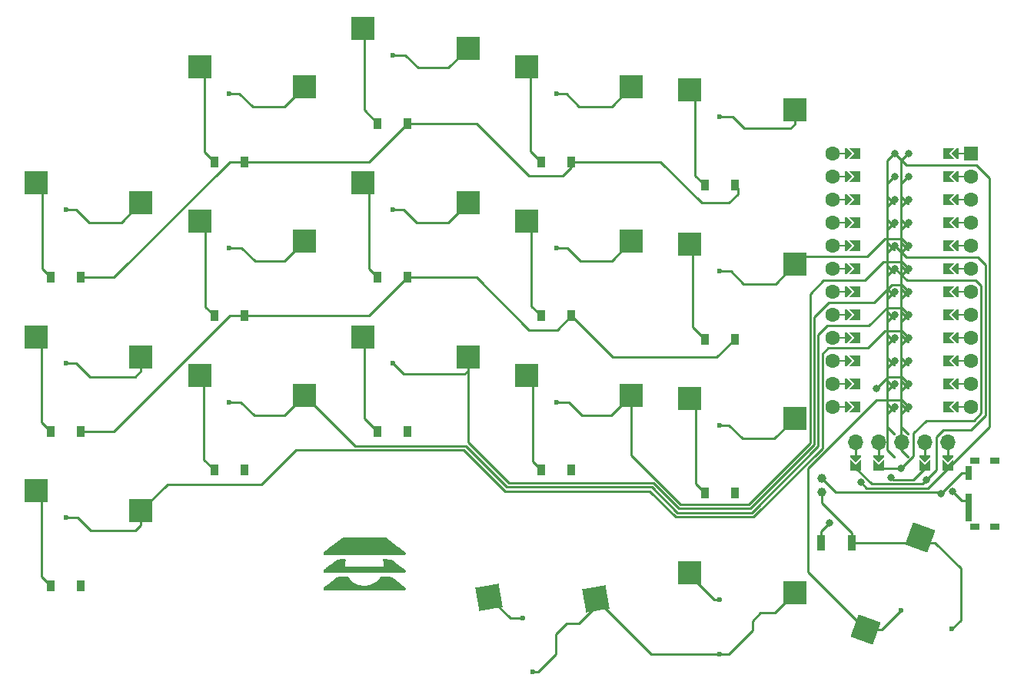
<source format=gbr>
%TF.GenerationSoftware,KiCad,Pcbnew,(6.0.9-0)*%
%TF.CreationDate,2022-12-30T09:12:29+01:00*%
%TF.ProjectId,beamer,6265616d-6572-42e6-9b69-6361645f7063,v1.0.0*%
%TF.SameCoordinates,Original*%
%TF.FileFunction,Copper,L2,Bot*%
%TF.FilePolarity,Positive*%
%FSLAX46Y46*%
G04 Gerber Fmt 4.6, Leading zero omitted, Abs format (unit mm)*
G04 Created by KiCad (PCBNEW (6.0.9-0)) date 2022-12-30 09:12:29*
%MOMM*%
%LPD*%
G01*
G04 APERTURE LIST*
G04 Aperture macros list*
%AMRotRect*
0 Rectangle, with rotation*
0 The origin of the aperture is its center*
0 $1 length*
0 $2 width*
0 $3 Rotation angle, in degrees counterclockwise*
0 Add horizontal line*
21,1,$1,$2,0,0,$3*%
%AMFreePoly0*
4,1,6,0.600000,-0.250000,-0.600000,-0.250000,-0.600000,1.000000,0.000000,0.400000,0.600000,1.000000,0.600000,-0.250000,0.600000,-0.250000,$1*%
%AMFreePoly1*
4,1,6,0.600000,0.200000,0.000000,-0.400000,-0.600000,0.200000,-0.600000,0.400000,0.600000,0.400000,0.600000,0.200000,0.600000,0.200000,$1*%
%AMFreePoly2*
4,1,5,0.125000,-0.500000,-0.125000,-0.500000,-0.125000,0.500000,0.125000,0.500000,0.125000,-0.500000,0.125000,-0.500000,$1*%
%AMFreePoly3*
4,1,49,0.004773,0.123721,0.009154,0.124665,0.028961,0.117240,0.062500,0.108253,0.068237,0.102516,0.075053,0.099961,0.087617,0.083136,0.108253,0.062500,0.111178,0.051584,0.117161,0.043572,0.118539,0.024114,0.125000,0.000000,0.121239,-0.014035,0.122131,-0.026629,0.113759,-0.041951,0.108253,-0.062500,0.095644,-0.075109,0.088389,-0.088388,-0.641000,-0.817776,-0.641000,-4.770224,
0.088389,-5.499612,0.109852,-5.528356,0.124665,-5.597154,0.099961,-5.663053,0.043572,-5.705161,-0.026629,-5.710131,-0.088388,-5.676389,-0.854388,-4.910388,-0.867707,-4.892552,-0.871189,-4.889530,-0.871982,-4.886826,-0.875852,-4.881644,-0.882331,-4.851549,-0.891000,-4.822000,-0.891000,-0.766000,-0.887805,-0.743969,-0.888131,-0.739371,-0.886780,-0.736898,-0.885852,-0.730498,-0.869151,-0.704632,
-0.854388,-0.677612,-0.088388,0.088389,-0.064606,0.106147,-0.062500,0.108253,-0.061385,0.108552,-0.059644,0.109852,-0.043806,0.113262,0.000000,0.125000,0.004773,0.123721,0.004773,0.123721,$1*%
G04 Aperture macros list end*
%TA.AperFunction,ComponentPad*%
%ADD10C,1.000000*%
%TD*%
%TA.AperFunction,SMDPad,CuDef*%
%ADD11FreePoly0,0.000000*%
%TD*%
%TA.AperFunction,SMDPad,CuDef*%
%ADD12FreePoly1,0.000000*%
%TD*%
%TA.AperFunction,ComponentPad*%
%ADD13R,0.900000X1.200000*%
%TD*%
%TA.AperFunction,SMDPad,CuDef*%
%ADD14R,2.600000X2.600000*%
%TD*%
%TA.AperFunction,ComponentPad*%
%ADD15C,0.600000*%
%TD*%
%TA.AperFunction,SMDPad,CuDef*%
%ADD16RotRect,2.600000X2.600000X70.000000*%
%TD*%
%TA.AperFunction,ComponentPad*%
%ADD17C,1.600000*%
%TD*%
%TA.AperFunction,SMDPad,CuDef*%
%ADD18FreePoly1,90.000000*%
%TD*%
%TA.AperFunction,SMDPad,CuDef*%
%ADD19FreePoly2,270.000000*%
%TD*%
%TA.AperFunction,SMDPad,CuDef*%
%ADD20FreePoly1,270.000000*%
%TD*%
%TA.AperFunction,SMDPad,CuDef*%
%ADD21FreePoly2,90.000000*%
%TD*%
%TA.AperFunction,ComponentPad*%
%ADD22R,1.600000X1.600000*%
%TD*%
%TA.AperFunction,SMDPad,CuDef*%
%ADD23FreePoly3,270.000000*%
%TD*%
%TA.AperFunction,SMDPad,CuDef*%
%ADD24FreePoly0,90.000000*%
%TD*%
%TA.AperFunction,ComponentPad*%
%ADD25C,0.800000*%
%TD*%
%TA.AperFunction,SMDPad,CuDef*%
%ADD26FreePoly3,90.000000*%
%TD*%
%TA.AperFunction,SMDPad,CuDef*%
%ADD27FreePoly0,270.000000*%
%TD*%
%TA.AperFunction,SMDPad,CuDef*%
%ADD28R,1.000000X0.800000*%
%TD*%
%TA.AperFunction,SMDPad,CuDef*%
%ADD29R,0.700000X1.500000*%
%TD*%
%TA.AperFunction,ComponentPad*%
%ADD30O,1.700000X1.700000*%
%TD*%
%TA.AperFunction,SMDPad,CuDef*%
%ADD31RotRect,2.600000X2.600000X10.000000*%
%TD*%
%TA.AperFunction,SMDPad,CuDef*%
%ADD32R,0.900000X1.700000*%
%TD*%
%TA.AperFunction,ViaPad*%
%ADD33C,0.800000*%
%TD*%
%TA.AperFunction,Conductor*%
%ADD34C,0.250000*%
%TD*%
G04 APERTURE END LIST*
%TO.C,*%
G36*
X192202347Y-160225020D02*
G01*
X192324483Y-160225166D01*
X192429941Y-160225520D01*
X192520223Y-160226190D01*
X192596833Y-160227286D01*
X192661275Y-160228918D01*
X192715051Y-160231194D01*
X192759664Y-160234224D01*
X192796617Y-160238117D01*
X192827415Y-160242982D01*
X192853559Y-160248929D01*
X192876554Y-160256066D01*
X192897901Y-160264504D01*
X192919105Y-160274351D01*
X192925651Y-160277590D01*
X192948671Y-160291076D01*
X192983075Y-160313825D01*
X193025995Y-160343811D01*
X193074560Y-160379010D01*
X193125900Y-160417397D01*
X193150799Y-160436446D01*
X193319409Y-160566542D01*
X193473940Y-160685929D01*
X193614780Y-160794914D01*
X193742315Y-160893801D01*
X193856934Y-160982895D01*
X193959025Y-161062501D01*
X194048975Y-161132925D01*
X194127171Y-161194471D01*
X194194003Y-161247444D01*
X194249856Y-161292149D01*
X194295120Y-161328891D01*
X194330182Y-161357975D01*
X194355429Y-161379706D01*
X194371249Y-161394390D01*
X194377450Y-161401371D01*
X194392929Y-161430766D01*
X194405984Y-161466687D01*
X194409819Y-161481845D01*
X194413150Y-161539797D01*
X194400358Y-161595912D01*
X194373437Y-161646867D01*
X194334385Y-161689335D01*
X194285199Y-161719991D01*
X194261654Y-161728647D01*
X194256738Y-161729753D01*
X194249324Y-161730801D01*
X194238934Y-161731791D01*
X194225092Y-161732726D01*
X194207323Y-161733607D01*
X194185148Y-161734435D01*
X194158092Y-161735212D01*
X194125678Y-161735940D01*
X194087430Y-161736619D01*
X194042871Y-161737251D01*
X193991524Y-161737838D01*
X193932913Y-161738382D01*
X193866562Y-161738883D01*
X193791994Y-161739343D01*
X193708732Y-161739764D01*
X193616299Y-161740147D01*
X193514220Y-161740493D01*
X193402018Y-161740805D01*
X193279216Y-161741083D01*
X193145338Y-161741330D01*
X192999907Y-161741545D01*
X192842446Y-161741732D01*
X192672480Y-161741891D01*
X192489531Y-161742024D01*
X192293123Y-161742133D01*
X192082779Y-161742218D01*
X191858023Y-161742282D01*
X191618379Y-161742326D01*
X191363370Y-161742351D01*
X191092519Y-161742359D01*
X190805349Y-161742351D01*
X190501385Y-161742329D01*
X190180150Y-161742294D01*
X189872176Y-161742252D01*
X189533423Y-161742198D01*
X189212382Y-161742135D01*
X188908586Y-161742064D01*
X188621563Y-161741981D01*
X188350846Y-161741886D01*
X188095966Y-161741776D01*
X187856453Y-161741651D01*
X187631838Y-161741509D01*
X187421652Y-161741349D01*
X187225427Y-161741168D01*
X187042692Y-161740966D01*
X186872979Y-161740741D01*
X186715819Y-161740491D01*
X186570743Y-161740215D01*
X186437281Y-161739911D01*
X186314965Y-161739578D01*
X186203326Y-161739215D01*
X186101894Y-161738819D01*
X186010200Y-161738390D01*
X185927776Y-161737925D01*
X185854151Y-161737424D01*
X185788858Y-161736884D01*
X185731427Y-161736305D01*
X185681388Y-161735685D01*
X185638274Y-161735021D01*
X185601614Y-161734314D01*
X185570940Y-161733561D01*
X185545782Y-161732760D01*
X185525672Y-161731911D01*
X185510141Y-161731011D01*
X185498718Y-161730060D01*
X185490936Y-161729055D01*
X185486737Y-161728129D01*
X185439911Y-161705282D01*
X185403102Y-161674912D01*
X185366265Y-161626337D01*
X185344616Y-161571523D01*
X185338473Y-161513865D01*
X185348157Y-161456758D01*
X185373987Y-161403598D01*
X185377118Y-161399118D01*
X185388409Y-161387865D01*
X185412957Y-161366570D01*
X185449537Y-161336186D01*
X185496921Y-161297660D01*
X185553884Y-161251943D01*
X185619198Y-161199985D01*
X185691637Y-161142736D01*
X185769975Y-161081145D01*
X185852985Y-161016162D01*
X185939440Y-160948736D01*
X186028114Y-160879819D01*
X186117781Y-160810359D01*
X186207214Y-160741306D01*
X186295186Y-160673610D01*
X186380471Y-160608222D01*
X186461843Y-160546090D01*
X186538074Y-160488164D01*
X186607939Y-160435395D01*
X186670211Y-160388731D01*
X186723663Y-160349124D01*
X186767068Y-160317522D01*
X186799201Y-160294876D01*
X186818835Y-160282134D01*
X186821252Y-160280808D01*
X186843200Y-160269915D01*
X186864539Y-160260547D01*
X186886777Y-160252587D01*
X186911420Y-160245920D01*
X186939974Y-160240430D01*
X186973946Y-160236003D01*
X187014842Y-160232523D01*
X187064170Y-160229874D01*
X187123435Y-160227942D01*
X187194144Y-160226611D01*
X187277804Y-160225765D01*
X187375921Y-160225290D01*
X187490001Y-160225069D01*
X187549851Y-160225020D01*
X188078148Y-160224703D01*
X188146729Y-160318170D01*
X188268443Y-160468972D01*
X188403012Y-160607734D01*
X188549197Y-160733665D01*
X188705755Y-160845969D01*
X188871447Y-160943854D01*
X189045031Y-161026525D01*
X189225266Y-161093189D01*
X189410911Y-161143052D01*
X189448826Y-161150988D01*
X189525917Y-161165547D01*
X189593862Y-161176263D01*
X189658228Y-161183658D01*
X189724584Y-161188256D01*
X189798496Y-161190581D01*
X189876099Y-161191163D01*
X190069646Y-161183584D01*
X190254940Y-161160530D01*
X190434004Y-161121528D01*
X190608861Y-161066101D01*
X190781533Y-160993775D01*
X190841663Y-160964464D01*
X191006888Y-160871231D01*
X191164602Y-160762687D01*
X191312721Y-160640592D01*
X191449161Y-160506707D01*
X191571837Y-160362794D01*
X191603882Y-160320333D01*
X191674050Y-160224703D01*
X192202347Y-160225020D01*
G37*
G36*
X192215606Y-158287686D02*
G01*
X192293061Y-158288094D01*
X192371969Y-158288686D01*
X192450240Y-158289446D01*
X192525783Y-158290360D01*
X192596507Y-158291412D01*
X192660322Y-158292586D01*
X192715136Y-158293868D01*
X192758859Y-158295240D01*
X192789401Y-158296689D01*
X192803975Y-158298060D01*
X192823157Y-158301745D01*
X192841527Y-158306063D01*
X192860027Y-158311670D01*
X192879600Y-158319220D01*
X192901190Y-158329368D01*
X192925740Y-158342768D01*
X192954191Y-158360075D01*
X192987489Y-158381943D01*
X193026575Y-158409028D01*
X193072392Y-158441983D01*
X193125884Y-158481464D01*
X193187994Y-158528125D01*
X193259665Y-158582621D01*
X193341839Y-158645606D01*
X193435460Y-158717736D01*
X193541471Y-158799664D01*
X193660815Y-158892046D01*
X193671160Y-158900057D01*
X193787339Y-158990065D01*
X193889984Y-159069679D01*
X193979959Y-159139604D01*
X194058133Y-159200544D01*
X194125372Y-159253203D01*
X194182543Y-159298286D01*
X194230512Y-159336496D01*
X194270146Y-159368538D01*
X194302313Y-159395117D01*
X194327879Y-159416936D01*
X194347710Y-159434700D01*
X194362674Y-159449112D01*
X194373637Y-159460878D01*
X194381466Y-159470701D01*
X194387028Y-159479285D01*
X194389342Y-159483551D01*
X194408939Y-159540485D01*
X194412158Y-159599112D01*
X194399936Y-159656007D01*
X194373210Y-159707744D01*
X194332916Y-159750897D01*
X194312211Y-159765612D01*
X194268434Y-159792885D01*
X189884722Y-159795186D01*
X185501009Y-159797486D01*
X185452191Y-159772064D01*
X185404428Y-159737650D01*
X185369215Y-159692525D01*
X185347363Y-159639864D01*
X185339686Y-159582842D01*
X185346997Y-159524634D01*
X185370108Y-159468416D01*
X185373145Y-159463311D01*
X185383068Y-159453238D01*
X185406248Y-159433092D01*
X185441471Y-159403813D01*
X185487528Y-159366341D01*
X185543206Y-159321615D01*
X185607294Y-159270577D01*
X185678582Y-159214165D01*
X185755856Y-159153319D01*
X185837907Y-159088980D01*
X185923522Y-159022088D01*
X186011490Y-158953581D01*
X186100601Y-158884401D01*
X186189642Y-158815487D01*
X186277402Y-158747779D01*
X186362670Y-158682217D01*
X186444234Y-158619741D01*
X186520884Y-158561291D01*
X186591407Y-158507807D01*
X186654593Y-158460228D01*
X186709229Y-158419495D01*
X186754105Y-158386547D01*
X186788010Y-158362325D01*
X186809731Y-158347768D01*
X186814321Y-158345082D01*
X186837761Y-158332929D01*
X186860197Y-158322654D01*
X186883344Y-158314100D01*
X186908916Y-158307108D01*
X186938625Y-158301521D01*
X186974185Y-158297181D01*
X187017309Y-158293931D01*
X187069712Y-158291613D01*
X187133106Y-158290070D01*
X187209204Y-158289143D01*
X187299721Y-158288675D01*
X187406370Y-158288508D01*
X187429344Y-158288497D01*
X187533081Y-158288549D01*
X187619901Y-158288807D01*
X187691067Y-158289305D01*
X187747844Y-158290076D01*
X187791496Y-158291152D01*
X187823286Y-158292567D01*
X187844478Y-158294354D01*
X187856337Y-158296546D01*
X187860126Y-158299175D01*
X187860032Y-158299744D01*
X187818521Y-158423444D01*
X187783831Y-158558398D01*
X187757105Y-158698588D01*
X187739488Y-158837994D01*
X187732122Y-158970597D01*
X187732091Y-158972849D01*
X187730644Y-159083794D01*
X192021554Y-159083794D01*
X192019839Y-158968258D01*
X192011798Y-158828467D01*
X191992451Y-158682176D01*
X191962980Y-158536097D01*
X191924570Y-158396943D01*
X191912929Y-158361747D01*
X191902023Y-158329659D01*
X191893872Y-158305011D01*
X191889906Y-158292146D01*
X191889735Y-158291293D01*
X191898477Y-158289977D01*
X191923306Y-158288954D01*
X191962134Y-158288208D01*
X192012868Y-158287724D01*
X192073419Y-158287486D01*
X192141695Y-158287478D01*
X192215606Y-158287686D01*
G37*
G36*
X188774602Y-155852910D02*
G01*
X188943645Y-155853022D01*
X189127776Y-155853197D01*
X189327678Y-155853418D01*
X189544031Y-155853672D01*
X189777518Y-155853943D01*
X189910370Y-155854090D01*
X192157917Y-155856521D01*
X192217008Y-155876646D01*
X192257691Y-155892716D01*
X192300443Y-155912988D01*
X192326099Y-155927213D01*
X192338310Y-155935821D01*
X192363859Y-155954783D01*
X192401720Y-155983307D01*
X192450866Y-156020602D01*
X192510271Y-156065875D01*
X192578909Y-156118334D01*
X192655753Y-156177188D01*
X192739777Y-156241643D01*
X192829955Y-156310908D01*
X192925260Y-156384192D01*
X193024667Y-156460701D01*
X193127149Y-156539643D01*
X193231679Y-156620228D01*
X193337231Y-156701661D01*
X193442779Y-156783153D01*
X193547297Y-156863909D01*
X193649758Y-156943139D01*
X193749136Y-157020050D01*
X193844405Y-157093850D01*
X193934538Y-157163748D01*
X194018510Y-157228950D01*
X194095293Y-157288665D01*
X194163862Y-157342101D01*
X194223189Y-157388465D01*
X194272250Y-157426967D01*
X194310017Y-157456812D01*
X194335465Y-157477210D01*
X194347386Y-157487201D01*
X194381735Y-157530547D01*
X194403777Y-157583051D01*
X194412655Y-157639877D01*
X194407509Y-157696188D01*
X194392032Y-157738960D01*
X194365590Y-157777916D01*
X194330512Y-157813204D01*
X194292297Y-157839944D01*
X194265379Y-157851320D01*
X194255439Y-157852148D01*
X194231601Y-157852934D01*
X194193678Y-157853679D01*
X194141483Y-157854384D01*
X194074828Y-157855049D01*
X193993525Y-157855674D01*
X193897387Y-157856260D01*
X193786226Y-157856808D01*
X193659855Y-157857317D01*
X193518086Y-157857788D01*
X193360732Y-157858221D01*
X193187605Y-157858617D01*
X192998517Y-157858976D01*
X192793281Y-157859299D01*
X192571710Y-157859586D01*
X192333615Y-157859837D01*
X192078810Y-157860053D01*
X191807107Y-157860234D01*
X191518318Y-157860381D01*
X191212255Y-157860494D01*
X190888732Y-157860573D01*
X190547561Y-157860619D01*
X190188553Y-157860632D01*
X189871554Y-157860617D01*
X189529528Y-157860584D01*
X189205233Y-157860539D01*
X188898214Y-157860481D01*
X188608019Y-157860408D01*
X188334197Y-157860320D01*
X188076294Y-157860216D01*
X187833858Y-157860092D01*
X187606436Y-157859950D01*
X187393577Y-157859786D01*
X187194827Y-157859600D01*
X187009735Y-157859390D01*
X186837847Y-157859156D01*
X186678712Y-157858895D01*
X186531876Y-157858607D01*
X186396887Y-157858290D01*
X186273294Y-157857942D01*
X186160643Y-157857563D01*
X186058481Y-157857152D01*
X185966358Y-157856705D01*
X185883819Y-157856224D01*
X185810413Y-157855705D01*
X185745686Y-157855149D01*
X185689188Y-157854552D01*
X185640464Y-157853915D01*
X185599064Y-157853236D01*
X185564533Y-157852513D01*
X185536420Y-157851745D01*
X185514273Y-157850931D01*
X185497638Y-157850070D01*
X185486064Y-157849160D01*
X185479098Y-157848199D01*
X185477233Y-157847711D01*
X185427416Y-157821076D01*
X185388223Y-157782472D01*
X185360305Y-157735133D01*
X185344312Y-157682292D01*
X185340893Y-157627181D01*
X185350697Y-157573034D01*
X185374376Y-157523083D01*
X185404812Y-157487327D01*
X185415015Y-157479013D01*
X185438781Y-157460276D01*
X185475258Y-157431775D01*
X185523595Y-157394170D01*
X185582939Y-157348118D01*
X185652439Y-157294279D01*
X185731243Y-157233311D01*
X185818499Y-157165873D01*
X185913355Y-157092624D01*
X186014961Y-157014223D01*
X186122463Y-156931329D01*
X186235010Y-156844599D01*
X186351751Y-156754694D01*
X186421552Y-156700964D01*
X186566701Y-156589371D01*
X186702899Y-156484898D01*
X186829670Y-156387903D01*
X186946539Y-156298745D01*
X187053030Y-156217782D01*
X187148667Y-156145375D01*
X187232975Y-156081881D01*
X187305478Y-156027659D01*
X187365701Y-155983069D01*
X187413167Y-155948469D01*
X187447403Y-155924217D01*
X187467931Y-155910674D01*
X187471552Y-155908648D01*
X187482997Y-155902683D01*
X187493168Y-155897147D01*
X187502747Y-155892024D01*
X187512416Y-155887299D01*
X187522857Y-155882956D01*
X187534752Y-155878982D01*
X187548782Y-155875360D01*
X187565629Y-155872074D01*
X187585975Y-155869111D01*
X187610502Y-155866454D01*
X187639891Y-155864089D01*
X187674823Y-155862000D01*
X187715982Y-155860171D01*
X187764048Y-155858588D01*
X187819703Y-155857236D01*
X187883629Y-155856098D01*
X187956508Y-155855160D01*
X188039021Y-155854407D01*
X188131851Y-155853823D01*
X188235678Y-155853394D01*
X188351185Y-155853103D01*
X188479054Y-155852935D01*
X188619966Y-155852876D01*
X188774602Y-155852910D01*
G37*
%TD*%
D10*
%TO.P,,1*%
%TO.N,pos*%
X240255000Y-149390000D03*
%TO.P,,2*%
%TO.N,GND*%
X240255000Y-150890000D03*
%TD*%
D11*
%TO.P,,*%
%TO.N,P2*%
X243983000Y-148220000D03*
D12*
%TO.N,SCRN_1*%
X243983000Y-147204000D03*
%TD*%
D13*
%TO.P,D15,1*%
%TO.N,P6*%
X230650000Y-117000000D03*
%TO.P,D15,2*%
%TO.N,inner_top*%
X227350000Y-117000000D03*
%TD*%
%TO.P,D5,1*%
%TO.N,P7*%
X176650000Y-131450000D03*
%TO.P,D5,2*%
%TO.N,ring_home*%
X173350000Y-131450000D03*
%TD*%
D14*
%TO.P,,1*%
%TO.N,pinky_bottom*%
X153725000Y-150750000D03*
%TO.P,,2*%
%TO.N,P15*%
X165275000Y-152950000D03*
%TD*%
D15*
%TO.P,,1*%
%TO.N,P10*%
X248958235Y-163932694D03*
%TD*%
%TO.P,,1*%
%TO.N,GND*%
X208381665Y-170696391D03*
%TD*%
D14*
%TO.P,,1*%
%TO.N,inner_bottom*%
X225725000Y-140550000D03*
%TO.P,,2*%
%TO.N,P21*%
X237275000Y-142750000D03*
%TD*%
%TO.P,,1*%
%TO.N,inner_home*%
X225725000Y-123550000D03*
%TO.P,,2*%
%TO.N,P21*%
X237275000Y-125750000D03*
%TD*%
D15*
%TO.P,,1*%
%TO.N,GND*%
X228972654Y-168737433D03*
%TD*%
D14*
%TO.P,,1*%
%TO.N,middle_home*%
X189725000Y-116750000D03*
%TO.P,,2*%
%TO.N,P19*%
X201275000Y-118950000D03*
%TD*%
D13*
%TO.P,D6,1*%
%TO.N,P6*%
X176650000Y-114450000D03*
%TO.P,D6,2*%
%TO.N,ring_top*%
X173350000Y-114450000D03*
%TD*%
D14*
%TO.P,,1*%
%TO.N,middle_top*%
X189725000Y-99750000D03*
%TO.P,,2*%
%TO.N,P19*%
X201275000Y-101950000D03*
%TD*%
D15*
%TO.P,,1*%
%TO.N,P20*%
X211000000Y-106950000D03*
%TD*%
D13*
%TO.P,D2,1*%
%TO.N,P7*%
X158650000Y-144200000D03*
%TO.P,D2,2*%
%TO.N,pinky_home*%
X155350000Y-144200000D03*
%TD*%
%TO.P,D14,1*%
%TO.N,P7*%
X230650000Y-134000000D03*
%TO.P,D14,2*%
%TO.N,inner_home*%
X227350000Y-134000000D03*
%TD*%
D15*
%TO.P,,1*%
%TO.N,P15*%
X157000000Y-119700000D03*
%TD*%
%TO.P,,1*%
%TO.N,P15*%
X157000000Y-136700000D03*
%TD*%
%TO.P,,1*%
%TO.N,P19*%
X193000000Y-119700000D03*
%TD*%
D11*
%TO.P,,*%
%TO.N,GND*%
X251603000Y-148220000D03*
D12*
%TO.N,SCRN_4*%
X251603000Y-147204000D03*
%TD*%
D16*
%TO.P,,1*%
%TO.N,P10*%
X245066026Y-166001227D03*
%TO.P,,2*%
%TO.N,GND*%
X251083682Y-155900222D03*
%TD*%
D14*
%TO.P,,1*%
%TO.N,index_home*%
X207725000Y-121000000D03*
%TO.P,,2*%
%TO.N,P20*%
X219275000Y-123200000D03*
%TD*%
D15*
%TO.P,,1*%
%TO.N,P20*%
X211000000Y-123950000D03*
%TD*%
D13*
%TO.P,D1,1*%
%TO.N,P8*%
X158650000Y-161200000D03*
%TO.P,D1,2*%
%TO.N,pinky_bottom*%
X155350000Y-161200000D03*
%TD*%
D15*
%TO.P,,1*%
%TO.N,P16*%
X207339776Y-164787544D03*
%TD*%
%TO.P,,1*%
%TO.N,P19*%
X193000000Y-136700000D03*
%TD*%
D17*
%TO.P,,*%
%TO.N,*%
X256675000Y-123690000D03*
D18*
X243213000Y-138930000D03*
X243213000Y-141470000D03*
D19*
X255405000Y-131310000D03*
D18*
X243213000Y-123690000D03*
X243213000Y-113530000D03*
D17*
X256675000Y-128770000D03*
D20*
X254897000Y-131310000D03*
X254897000Y-133850000D03*
D17*
X256675000Y-141470000D03*
X241435000Y-113530000D03*
D20*
X254897000Y-128770000D03*
D21*
X242705000Y-116070000D03*
D20*
X254897000Y-118610000D03*
D19*
X255405000Y-118610000D03*
D20*
X254897000Y-138930000D03*
D17*
X256675000Y-116070000D03*
D21*
X242705000Y-136390000D03*
D18*
X243213000Y-121150000D03*
X243213000Y-133850000D03*
X243213000Y-131310000D03*
D17*
X256675000Y-126230000D03*
D20*
X254897000Y-121150000D03*
D17*
X241435000Y-141470000D03*
D21*
X242705000Y-113530000D03*
D20*
X254897000Y-113530000D03*
D17*
X241435000Y-126230000D03*
D18*
X243213000Y-136390000D03*
X243213000Y-116070000D03*
D17*
X256675000Y-136390000D03*
D21*
X242705000Y-141470000D03*
D17*
X256675000Y-131310000D03*
D19*
X255405000Y-113530000D03*
D21*
X242705000Y-123690000D03*
D20*
X254897000Y-126230000D03*
D17*
X241435000Y-123690000D03*
D20*
X254897000Y-141470000D03*
D17*
X241435000Y-118610000D03*
D21*
X242705000Y-128770000D03*
D19*
X255405000Y-126230000D03*
X255405000Y-141470000D03*
D17*
X241435000Y-116070000D03*
D19*
X255405000Y-123690000D03*
D21*
X242705000Y-118610000D03*
D18*
X243213000Y-118610000D03*
D19*
X255405000Y-136390000D03*
D18*
X243213000Y-128770000D03*
D19*
X255405000Y-116070000D03*
X255405000Y-121150000D03*
D18*
X243213000Y-126230000D03*
D17*
X256675000Y-133850000D03*
X241435000Y-121150000D03*
X256675000Y-121150000D03*
X241435000Y-136390000D03*
X256675000Y-138930000D03*
D21*
X242705000Y-126230000D03*
X242705000Y-121150000D03*
X242705000Y-131310000D03*
D20*
X254897000Y-116070000D03*
D17*
X241435000Y-133850000D03*
X241435000Y-128770000D03*
D22*
X256675000Y-113530000D03*
D20*
X254897000Y-136390000D03*
D17*
X241435000Y-138930000D03*
X256675000Y-113530000D03*
D19*
X255405000Y-133850000D03*
X255405000Y-128770000D03*
D17*
X256675000Y-118610000D03*
D21*
X242705000Y-133850000D03*
X242705000Y-138930000D03*
D17*
X241435000Y-131310000D03*
D20*
X254897000Y-123690000D03*
D19*
X255405000Y-138930000D03*
D23*
%TO.P,,1*%
%TO.N,RAW*%
X249817000Y-113530000D03*
D24*
X244229000Y-113530000D03*
D25*
X249817000Y-113530000D03*
D24*
%TO.P,,2*%
%TO.N,N/C*%
X244229000Y-116070000D03*
D23*
%TO.N,GND*%
X249817000Y-116070000D03*
D25*
X249817000Y-116070000D03*
D24*
%TO.P,,3*%
%TO.N,RST*%
X244229000Y-118610000D03*
D23*
X249817000Y-118610000D03*
D25*
X249817000Y-118610000D03*
D24*
%TO.P,,4*%
%TO.N,VCC*%
X244229000Y-121150000D03*
D25*
X249817000Y-121150000D03*
D23*
X249817000Y-121150000D03*
%TO.P,,5*%
%TO.N,P21*%
X249817000Y-123690000D03*
D24*
X244229000Y-123690000D03*
D25*
X249817000Y-123690000D03*
D24*
%TO.P,,6*%
%TO.N,P20*%
X244229000Y-126230000D03*
D23*
X249817000Y-126230000D03*
D25*
X249817000Y-126230000D03*
D24*
%TO.P,,7*%
%TO.N,P19*%
X244229000Y-128770000D03*
D23*
X249817000Y-128770000D03*
D25*
X249817000Y-128770000D03*
D23*
%TO.P,,8*%
%TO.N,P18*%
X249817000Y-131310000D03*
D24*
X244229000Y-131310000D03*
D25*
X249817000Y-131310000D03*
D23*
%TO.P,,9*%
%TO.N,P15*%
X249817000Y-133850000D03*
D25*
X249817000Y-133850000D03*
D24*
X244229000Y-133850000D03*
D23*
%TO.P,,10*%
%TO.N,P14*%
X249817000Y-136390000D03*
D25*
X249817000Y-136390000D03*
D24*
X244229000Y-136390000D03*
D25*
%TO.P,,11*%
%TO.N,P16*%
X249817000Y-138930000D03*
D23*
X249817000Y-138930000D03*
D24*
X244229000Y-138930000D03*
D25*
%TO.P,,12*%
%TO.N,P10*%
X249817000Y-141470000D03*
D24*
X244229000Y-141470000D03*
D23*
X249817000Y-141470000D03*
D26*
%TO.P,,13*%
%TO.N,P9*%
X248293000Y-141470000D03*
D27*
X253881000Y-141470000D03*
D25*
X248293000Y-141470000D03*
D27*
%TO.P,,14*%
%TO.N,P8*%
X253881000Y-138930000D03*
D25*
X248293000Y-138930000D03*
D26*
X248293000Y-138930000D03*
%TO.P,,15*%
%TO.N,P7*%
X248293000Y-136390000D03*
D27*
X253881000Y-136390000D03*
D25*
X248293000Y-136390000D03*
%TO.P,,16*%
%TO.N,P6*%
X248293000Y-133850000D03*
D26*
X248293000Y-133850000D03*
D27*
X253881000Y-133850000D03*
D26*
%TO.P,,17*%
%TO.N,P5*%
X248293000Y-131310000D03*
D25*
X248293000Y-131310000D03*
D27*
X253881000Y-131310000D03*
D25*
%TO.P,,18*%
%TO.N,P4*%
X248293000Y-128770000D03*
D26*
X248293000Y-128770000D03*
D27*
X253881000Y-128770000D03*
D26*
%TO.P,,19*%
%TO.N,P3*%
X248293000Y-126230000D03*
D27*
X253881000Y-126230000D03*
D25*
X248293000Y-126230000D03*
D27*
%TO.P,,20*%
%TO.N,P2*%
X253881000Y-123690000D03*
D26*
X248293000Y-123690000D03*
D25*
X248293000Y-123690000D03*
%TO.P,,21*%
%TO.N,GND*%
X248293000Y-121150000D03*
D26*
X248293000Y-121150000D03*
D27*
X253881000Y-121150000D03*
D25*
%TO.P,,22*%
X248293000Y-118610000D03*
D26*
X248293000Y-118610000D03*
D27*
X253881000Y-118610000D03*
D26*
%TO.P,,23*%
%TO.N,P0*%
X248293000Y-116070000D03*
D25*
X248293000Y-116070000D03*
D27*
X253881000Y-116070000D03*
D26*
%TO.P,,24*%
%TO.N,P1*%
X248293000Y-113530000D03*
D25*
X248293000Y-113530000D03*
D27*
X253881000Y-113530000D03*
%TD*%
D13*
%TO.P,D3,1*%
%TO.N,P6*%
X158650000Y-127200000D03*
%TO.P,D3,2*%
%TO.N,pinky_top*%
X155350000Y-127200000D03*
%TD*%
D28*
%TO.P,,*%
%TO.N,*%
X259320000Y-147400000D03*
X257110000Y-154700000D03*
X257110000Y-147400000D03*
X259320000Y-154700000D03*
D29*
%TO.P,,1*%
%TO.N,pos*%
X256460000Y-148800000D03*
%TO.P,,2*%
%TO.N,RAW*%
X256460000Y-151800000D03*
%TO.P,,3*%
%TO.N,N/C*%
X256460000Y-153300000D03*
%TD*%
D13*
%TO.P,D11,1*%
%TO.N,P7*%
X212650000Y-131450000D03*
%TO.P,D11,2*%
%TO.N,index_home*%
X209350000Y-131450000D03*
%TD*%
D15*
%TO.P,,1*%
%TO.N,P21*%
X229000000Y-143500000D03*
%TD*%
D30*
%TO.P,,1*%
%TO.N,SCRN_5*%
X254135000Y-145400000D03*
%TO.P,,2*%
%TO.N,SCRN_4*%
X251595000Y-145400000D03*
%TO.P,,3*%
%TO.N,VCC*%
X249055000Y-145400000D03*
%TO.P,,4*%
%TO.N,SCRN_2*%
X246515000Y-145400000D03*
%TO.P,,5*%
%TO.N,SCRN_1*%
X243975000Y-145400000D03*
%TD*%
D13*
%TO.P,D8,1*%
%TO.N,P7*%
X194650000Y-127200000D03*
%TO.P,D8,2*%
%TO.N,middle_home*%
X191350000Y-127200000D03*
%TD*%
D15*
%TO.P,,1*%
%TO.N,P20*%
X211000000Y-140950000D03*
%TD*%
D13*
%TO.P,D4,1*%
%TO.N,P8*%
X176650000Y-148450000D03*
%TO.P,D4,2*%
%TO.N,ring_bottom*%
X173350000Y-148450000D03*
%TD*%
D15*
%TO.P,,1*%
%TO.N,P18*%
X175000000Y-123950000D03*
%TD*%
%TO.P,,1*%
%TO.N,P15*%
X157000000Y-153700000D03*
%TD*%
D13*
%TO.P,D7,1*%
%TO.N,P8*%
X194650000Y-144200000D03*
%TO.P,D7,2*%
%TO.N,middle_bottom*%
X191350000Y-144200000D03*
%TD*%
D14*
%TO.P,,1*%
%TO.N,ring_bottom*%
X171725000Y-138000000D03*
%TO.P,,2*%
%TO.N,P18*%
X183275000Y-140200000D03*
%TD*%
D13*
%TO.P,D12,1*%
%TO.N,P6*%
X212650000Y-114450000D03*
%TO.P,D12,2*%
%TO.N,index_top*%
X209350000Y-114450000D03*
%TD*%
D15*
%TO.P,,1*%
%TO.N,P18*%
X175000000Y-140950000D03*
%TD*%
D13*
%TO.P,D9,1*%
%TO.N,P6*%
X194650000Y-110200000D03*
%TO.P,D9,2*%
%TO.N,middle_top*%
X191350000Y-110200000D03*
%TD*%
D14*
%TO.P,,1*%
%TO.N,ring_top*%
X171725000Y-104000000D03*
%TO.P,,2*%
%TO.N,P18*%
X183275000Y-106200000D03*
%TD*%
D11*
%TO.P,,*%
%TO.N,P1*%
X254143000Y-148220000D03*
D12*
%TO.N,SCRN_5*%
X254143000Y-147204000D03*
%TD*%
D14*
%TO.P,,1*%
%TO.N,pinky_top*%
X153725000Y-116750000D03*
%TO.P,,2*%
%TO.N,P15*%
X165275000Y-118950000D03*
%TD*%
D13*
%TO.P,D10,1*%
%TO.N,P8*%
X212650000Y-148450000D03*
%TO.P,D10,2*%
%TO.N,index_bottom*%
X209350000Y-148450000D03*
%TD*%
D15*
%TO.P,,1*%
%TO.N,P21*%
X229000000Y-109500000D03*
%TD*%
D14*
%TO.P,,1*%
%TO.N,index_top*%
X207725000Y-104000000D03*
%TO.P,,2*%
%TO.N,P20*%
X219275000Y-106200000D03*
%TD*%
D15*
%TO.P,,1*%
%TO.N,P21*%
X229000000Y-126500000D03*
%TD*%
%TO.P,,1*%
%TO.N,P18*%
X175000000Y-106950000D03*
%TD*%
D14*
%TO.P,,1*%
%TO.N,P9*%
X225697654Y-159787433D03*
%TO.P,,2*%
%TO.N,GND*%
X237247654Y-161987433D03*
%TD*%
D11*
%TO.P,,*%
%TO.N,P3*%
X246523000Y-148220000D03*
D12*
%TO.N,SCRN_2*%
X246523000Y-147204000D03*
%TD*%
D13*
%TO.P,D13,1*%
%TO.N,P8*%
X230650000Y-151000000D03*
%TO.P,D13,2*%
%TO.N,inner_bottom*%
X227350000Y-151000000D03*
%TD*%
D15*
%TO.P,,1*%
%TO.N,GND*%
X254596391Y-165984815D03*
%TD*%
D31*
%TO.P,,1*%
%TO.N,P16*%
X203602269Y-162451060D03*
%TO.P,,2*%
%TO.N,GND*%
X215358824Y-162612000D03*
%TD*%
D15*
%TO.P,,1*%
%TO.N,P19*%
X193000000Y-102700000D03*
%TD*%
%TO.P,,1*%
%TO.N,P9*%
X228972654Y-162737433D03*
%TD*%
D14*
%TO.P,,1*%
%TO.N,index_bottom*%
X207725000Y-138000000D03*
%TO.P,,2*%
%TO.N,P20*%
X219275000Y-140200000D03*
%TD*%
%TO.P,,1*%
%TO.N,pinky_home*%
X153725000Y-133750000D03*
%TO.P,,2*%
%TO.N,P15*%
X165275000Y-135950000D03*
%TD*%
%TO.P,,1*%
%TO.N,inner_top*%
X225725000Y-106550000D03*
%TO.P,,2*%
%TO.N,P21*%
X237275000Y-108750000D03*
%TD*%
D32*
%TO.P,,1*%
%TO.N,RST*%
X240155000Y-156490000D03*
%TO.P,,2*%
%TO.N,GND*%
X243555000Y-156490000D03*
%TD*%
D14*
%TO.P,,1*%
%TO.N,middle_bottom*%
X189725000Y-133750000D03*
%TO.P,,2*%
%TO.N,P19*%
X201275000Y-135950000D03*
%TD*%
%TO.P,,1*%
%TO.N,ring_home*%
X171725000Y-121000000D03*
%TO.P,,2*%
%TO.N,P18*%
X183275000Y-123200000D03*
%TD*%
D33*
%TO.N,P16*%
X246235780Y-139410024D03*
%TO.N,GND*%
X247837403Y-149267229D03*
%TO.N,RAW*%
X254659212Y-150814567D03*
%TO.N,RST*%
X241114455Y-154256464D03*
%TO.N,P1*%
X244552608Y-149814206D03*
%TO.N,P2*%
X251754225Y-149542193D03*
%TO.N,P3*%
X249000000Y-148220000D03*
%TO.N,pos*%
X253394996Y-151054183D03*
%TD*%
D34*
%TO.N,pinky_bottom*%
X154308624Y-151333624D02*
X154308624Y-160158624D01*
X154308624Y-160158624D02*
X155350000Y-161200000D01*
X153725000Y-150750000D02*
X154308624Y-151333624D01*
%TO.N,P15*%
X188660224Y-146221620D02*
X189543322Y-146221620D01*
X158293236Y-153700000D02*
X157000000Y-153700000D01*
X240944009Y-135000000D02*
X245330159Y-135000000D01*
X249092000Y-133125000D02*
X249817000Y-133850000D01*
X188658304Y-146219700D02*
X188660224Y-146221620D01*
X240310000Y-135634009D02*
X240944009Y-135000000D01*
X178512941Y-150010701D02*
X182303942Y-146219700D01*
X200828299Y-146219700D02*
X205385211Y-150776612D01*
X165275000Y-154500000D02*
X164663527Y-155111473D01*
X240310000Y-146022991D02*
X240310000Y-135634009D01*
X224136042Y-153595230D02*
X232737761Y-153595230D01*
X205385211Y-150776612D02*
X221317424Y-150776612D01*
X165275000Y-152950000D02*
X165275000Y-154500000D01*
X189543322Y-146221620D02*
X189545242Y-146219700D01*
X165275000Y-152950000D02*
X168214299Y-150010701D01*
X182303942Y-146219700D02*
X188658304Y-146219700D01*
X189545242Y-146219700D02*
X200828299Y-146219700D01*
X165275000Y-135950000D02*
X165275000Y-137500000D01*
X159521308Y-121126405D02*
X158094903Y-119700000D01*
X165275000Y-137500000D02*
X164604438Y-138170562D01*
X158140138Y-136700000D02*
X157000000Y-136700000D01*
X168214299Y-150010701D02*
X178512941Y-150010701D01*
X158094903Y-119700000D02*
X157000000Y-119700000D01*
X164663527Y-155111473D02*
X159704709Y-155111473D01*
X159610700Y-138170562D02*
X158140138Y-136700000D01*
X221317424Y-150776612D02*
X224136042Y-153595230D01*
X247205159Y-133125000D02*
X249092000Y-133125000D01*
X232737761Y-153595230D02*
X240310000Y-146022991D01*
X165275000Y-118950000D02*
X163098595Y-121126405D01*
X164604438Y-138170562D02*
X159610700Y-138170562D01*
X245330159Y-135000000D02*
X247205159Y-133125000D01*
X163098595Y-121126405D02*
X159521308Y-121126405D01*
X159704709Y-155111473D02*
X158293236Y-153700000D01*
%TO.N,pinky_home*%
X154301354Y-143151354D02*
X155350000Y-144200000D01*
X154301354Y-134326354D02*
X154301354Y-143151354D01*
X153725000Y-133750000D02*
X154301354Y-134326354D01*
%TO.N,P7*%
X190400000Y-131450000D02*
X194650000Y-127200000D01*
X162275000Y-144200000D02*
X175025000Y-131450000D01*
X228650000Y-136000000D02*
X230650000Y-134000000D01*
X176650000Y-131450000D02*
X190400000Y-131450000D01*
X212650000Y-131450000D02*
X217200000Y-136000000D01*
X202200000Y-127200000D02*
X208000000Y-133000000D01*
X217200000Y-136000000D02*
X228650000Y-136000000D01*
X175025000Y-131450000D02*
X176650000Y-131450000D01*
X194650000Y-127200000D02*
X202200000Y-127200000D01*
X208000000Y-133000000D02*
X211100000Y-133000000D01*
X158650000Y-144200000D02*
X162275000Y-144200000D01*
X211100000Y-133000000D02*
X212650000Y-131450000D01*
%TO.N,pinky_top*%
X153725000Y-116750000D02*
X154376602Y-117401602D01*
X154376602Y-126226602D02*
X155350000Y-127200000D01*
X154376602Y-117401602D02*
X154376602Y-126226602D01*
%TO.N,P6*%
X227000000Y-119000000D02*
X230000000Y-119000000D01*
X190400000Y-114450000D02*
X194650000Y-110200000D01*
X231000000Y-118000000D02*
X231000000Y-117350000D01*
X176650000Y-114450000D02*
X190400000Y-114450000D01*
X162300000Y-127200000D02*
X175050000Y-114450000D01*
X212650000Y-114450000D02*
X222450000Y-114450000D01*
X175050000Y-114450000D02*
X176650000Y-114450000D01*
X212650000Y-115084139D02*
X212650000Y-114450000D01*
X194650000Y-110200000D02*
X202200000Y-110200000D01*
X222450000Y-114450000D02*
X227000000Y-119000000D01*
X211734139Y-116000000D02*
X212650000Y-115084139D01*
X208000000Y-116000000D02*
X211734139Y-116000000D01*
X230000000Y-119000000D02*
X231000000Y-118000000D01*
X202200000Y-110200000D02*
X208000000Y-116000000D01*
X231000000Y-117350000D02*
X230650000Y-117000000D01*
X158650000Y-127200000D02*
X162300000Y-127200000D01*
%TO.N,ring_bottom*%
X172218479Y-138493479D02*
X172218479Y-147318479D01*
X172218479Y-147318479D02*
X173350000Y-148450000D01*
X171725000Y-138000000D02*
X172218479Y-138493479D01*
%TO.N,P18*%
X181062189Y-108412811D02*
X177574068Y-108412811D01*
X189358846Y-145769700D02*
X201014695Y-145769700D01*
X189356926Y-145771620D02*
X189358846Y-145769700D01*
X176111257Y-106950000D02*
X175000000Y-106950000D01*
X249092000Y-130585000D02*
X249817000Y-131310000D01*
X177735096Y-142448338D02*
X176236758Y-140950000D01*
X181064582Y-125410418D02*
X177823422Y-125410418D01*
X183275000Y-140200000D02*
X188846620Y-145771620D01*
X177823422Y-125410418D02*
X176363004Y-123950000D01*
X247415000Y-130585000D02*
X249092000Y-130585000D01*
X239860000Y-145836595D02*
X239860000Y-133544009D01*
X201014695Y-145769700D02*
X205571607Y-150326612D01*
X239860000Y-133544009D02*
X240853790Y-132550219D01*
X221503820Y-150326612D02*
X224322438Y-153145230D01*
X176236758Y-140950000D02*
X175000000Y-140950000D01*
X183275000Y-140200000D02*
X181026662Y-142448338D01*
X245449781Y-132550219D02*
X247415000Y-130585000D01*
X205571607Y-150326612D02*
X221503820Y-150326612D01*
X177574068Y-108412811D02*
X176111257Y-106950000D01*
X183275000Y-123200000D02*
X181064582Y-125410418D01*
X188846620Y-145771620D02*
X189356926Y-145771620D01*
X176363004Y-123950000D02*
X175000000Y-123950000D01*
X240853790Y-132550219D02*
X245449781Y-132550219D01*
X232551365Y-153145230D02*
X239860000Y-145836595D01*
X181026662Y-142448338D02*
X177735096Y-142448338D01*
X183275000Y-106200000D02*
X181062189Y-108412811D01*
X224322438Y-153145230D02*
X232551365Y-153145230D01*
%TO.N,ring_home*%
X172379201Y-130479201D02*
X173350000Y-131450000D01*
X172379201Y-121654201D02*
X172379201Y-130479201D01*
X171725000Y-121000000D02*
X172379201Y-121654201D01*
%TO.N,ring_top*%
X172254524Y-104529524D02*
X172254524Y-113354524D01*
X171725000Y-104000000D02*
X172254524Y-104529524D01*
X172254524Y-113354524D02*
X173350000Y-114450000D01*
%TO.N,middle_bottom*%
X189875001Y-133900001D02*
X189875001Y-142725001D01*
X189875001Y-142725001D02*
X191350000Y-144200000D01*
X189725000Y-133750000D02*
X189875001Y-133900001D01*
%TO.N,P19*%
X201275000Y-135950000D02*
X201275000Y-145393609D01*
X194172499Y-137872499D02*
X193000000Y-136700000D01*
X201275000Y-101950000D02*
X199124190Y-104100810D01*
X221690216Y-149876612D02*
X224508834Y-152695230D01*
X201275000Y-145393609D02*
X205758003Y-149876612D01*
X247955000Y-128045000D02*
X249092000Y-128045000D01*
X224508834Y-152695230D02*
X232364969Y-152695230D01*
X194205553Y-119700000D02*
X193000000Y-119700000D01*
X205758003Y-149876612D02*
X221690216Y-149876612D01*
X200902501Y-137872499D02*
X194172499Y-137872499D01*
X199083201Y-121141799D02*
X195647352Y-121141799D01*
X201275000Y-118950000D02*
X199083201Y-121141799D01*
X199124190Y-104100810D02*
X195790646Y-104100810D01*
X249092000Y-128045000D02*
X249817000Y-128770000D01*
X201275000Y-137500000D02*
X200902501Y-137872499D01*
X195790646Y-104100810D02*
X194389836Y-102700000D01*
X241000000Y-130000000D02*
X246000000Y-130000000D01*
X232364969Y-152695230D02*
X239410000Y-145650199D01*
X239410000Y-145650199D02*
X239410000Y-131590000D01*
X201275000Y-135950000D02*
X201275000Y-137500000D01*
X246000000Y-130000000D02*
X247955000Y-128045000D01*
X239410000Y-131590000D02*
X241000000Y-130000000D01*
X195647352Y-121141799D02*
X194205553Y-119700000D01*
X194389836Y-102700000D02*
X193000000Y-102700000D01*
%TO.N,middle_home*%
X190390873Y-126240873D02*
X191350000Y-127200000D01*
X190390873Y-117415873D02*
X190390873Y-126240873D01*
X189725000Y-116750000D02*
X190390873Y-117415873D01*
%TO.N,middle_top*%
X189875001Y-99900001D02*
X189875001Y-108725001D01*
X189875001Y-108725001D02*
X191350000Y-110200000D01*
X189725000Y-99750000D02*
X189875001Y-99900001D01*
%TO.N,index_bottom*%
X207725000Y-138000000D02*
X208429810Y-138704810D01*
X208429810Y-147529810D02*
X209350000Y-148450000D01*
X208429810Y-138704810D02*
X208429810Y-147529810D01*
%TO.N,P20*%
X212097683Y-106950000D02*
X211000000Y-106950000D01*
X219275000Y-140200000D02*
X219275000Y-146825000D01*
X219275000Y-140200000D02*
X217076779Y-142398221D01*
X238960000Y-129040000D02*
X240446000Y-127554000D01*
X217103581Y-125371419D02*
X213676215Y-125371419D01*
X224695230Y-152245230D02*
X232178573Y-152245230D01*
X213826492Y-142398221D02*
X212378271Y-140950000D01*
X212254796Y-123950000D02*
X211000000Y-123950000D01*
X238960000Y-145463803D02*
X238960000Y-129040000D01*
X219275000Y-106200000D02*
X217114630Y-108360370D01*
X247049000Y-125505000D02*
X249092000Y-125505000D01*
X213508053Y-108360370D02*
X212097683Y-106950000D01*
X217114630Y-108360370D02*
X213508053Y-108360370D01*
X217076779Y-142398221D02*
X213826492Y-142398221D01*
X240446000Y-127554000D02*
X245000000Y-127554000D01*
X219275000Y-123200000D02*
X217103581Y-125371419D01*
X219275000Y-146825000D02*
X224695230Y-152245230D01*
X249092000Y-125505000D02*
X249817000Y-126230000D01*
X213676215Y-125371419D02*
X212254796Y-123950000D01*
X232178573Y-152245230D02*
X238960000Y-145463803D01*
X245000000Y-127554000D02*
X247049000Y-125505000D01*
X212378271Y-140950000D02*
X211000000Y-140950000D01*
%TO.N,index_home*%
X208270420Y-121545420D02*
X208270420Y-130370420D01*
X207725000Y-121000000D02*
X208270420Y-121545420D01*
X208270420Y-130370420D02*
X209350000Y-131450000D01*
%TO.N,index_top*%
X207725000Y-104000000D02*
X208173486Y-104448486D01*
X208173486Y-104448486D02*
X208173486Y-113273486D01*
X208173486Y-113273486D02*
X209350000Y-114450000D01*
%TO.N,inner_bottom*%
X225725000Y-140550000D02*
X226342378Y-141167378D01*
X226342378Y-149992378D02*
X227350000Y-151000000D01*
X226342378Y-141167378D02*
X226342378Y-149992378D01*
%TO.N,P21*%
X247201928Y-122965000D02*
X249092000Y-122965000D01*
X231622330Y-127898773D02*
X230223557Y-126500000D01*
X237275000Y-125750000D02*
X238095779Y-124929221D01*
X231729440Y-110772499D02*
X230456941Y-109500000D01*
X249092000Y-122965000D02*
X249817000Y-123690000D01*
X237275000Y-142750000D02*
X235039198Y-144985802D01*
X236802501Y-110772499D02*
X231729440Y-110772499D01*
X237275000Y-108750000D02*
X237275000Y-110300000D01*
X230029671Y-143500000D02*
X229000000Y-143500000D01*
X230456941Y-109500000D02*
X229000000Y-109500000D01*
X230223557Y-126500000D02*
X229000000Y-126500000D01*
X238095779Y-124929221D02*
X245237707Y-124929221D01*
X237275000Y-110300000D02*
X236802501Y-110772499D01*
X235126227Y-127898773D02*
X231622330Y-127898773D01*
X231515473Y-144985802D02*
X230029671Y-143500000D01*
X237275000Y-125750000D02*
X235126227Y-127898773D01*
X235039198Y-144985802D02*
X231515473Y-144985802D01*
X245237707Y-124929221D02*
X247201928Y-122965000D01*
%TO.N,inner_home*%
X226039038Y-123864038D02*
X226039038Y-132689038D01*
X226039038Y-132689038D02*
X227350000Y-134000000D01*
X225725000Y-123550000D02*
X226039038Y-123864038D01*
%TO.N,inner_top*%
X226320000Y-107145000D02*
X226320000Y-115970000D01*
X226320000Y-115970000D02*
X227350000Y-117000000D01*
X225725000Y-106550000D02*
X226320000Y-107145000D01*
%TO.N,P16*%
X205938753Y-164787544D02*
X207339776Y-164787544D01*
X246301121Y-139410024D02*
X247506145Y-138205000D01*
X203602269Y-162451060D02*
X205938753Y-164787544D01*
X249092000Y-138205000D02*
X249817000Y-138930000D01*
X246235780Y-139410024D02*
X246301121Y-139410024D01*
X247506145Y-138205000D02*
X249092000Y-138205000D01*
%TO.N,GND*%
X210960081Y-168739919D02*
X209003609Y-170696391D01*
X215358824Y-163476588D02*
X213463808Y-165371604D01*
X215358824Y-162612000D02*
X221484257Y-168737433D01*
X251083682Y-155900222D02*
X251613064Y-156429604D01*
X221484257Y-168737433D02*
X228972654Y-168737433D01*
X215358824Y-162612000D02*
X215358824Y-163476588D01*
X247837403Y-149267229D02*
X248111903Y-149541729D01*
X213463808Y-165371604D02*
X212155554Y-165371604D01*
X240255000Y-152078962D02*
X243555000Y-155378962D01*
X232594895Y-166110149D02*
X229967611Y-168737433D01*
X235045994Y-164189093D02*
X233472621Y-164189093D01*
X243555000Y-156490000D02*
X250493904Y-156490000D01*
X229967611Y-168737433D02*
X228972654Y-168737433D01*
X232594895Y-165066819D02*
X232594895Y-166110149D01*
X255567937Y-165013269D02*
X254596391Y-165984815D01*
X233472621Y-164189093D02*
X232594895Y-165066819D01*
X252731637Y-156429604D02*
X255567937Y-159265904D01*
X255567937Y-159265904D02*
X255567937Y-165013269D01*
X243555000Y-155378962D02*
X243555000Y-156490000D01*
X212155554Y-165371604D02*
X210960081Y-166567077D01*
X237247654Y-161987433D02*
X235045994Y-164189093D01*
X250493904Y-156490000D02*
X251083682Y-155900222D01*
X250281271Y-149541729D02*
X251603000Y-148220000D01*
X209003609Y-170696391D02*
X208381665Y-170696391D01*
X240255000Y-150890000D02*
X240255000Y-152078962D01*
X210960081Y-166567077D02*
X210960081Y-168739919D01*
X251613064Y-156429604D02*
X252731637Y-156429604D01*
X248111903Y-149541729D02*
X250281271Y-149541729D01*
%TO.N,P10*%
X249092000Y-140745000D02*
X249817000Y-141470000D01*
X238736289Y-148233098D02*
X246224387Y-140745000D01*
X246889702Y-166001227D02*
X248958235Y-163932694D01*
X245066026Y-166001227D02*
X238736289Y-159671490D01*
X245066026Y-166001227D02*
X246889702Y-166001227D01*
X246224387Y-140745000D02*
X249092000Y-140745000D01*
X238736289Y-159671490D02*
X238736289Y-148233098D01*
%TO.N,P9*%
X225697654Y-160027496D02*
X228407591Y-162737433D01*
X228407591Y-162737433D02*
X228972654Y-162737433D01*
X225697654Y-159787433D02*
X225697654Y-160027496D01*
%TO.N,RAW*%
X255645868Y-151800000D02*
X256460000Y-151800000D01*
X254660435Y-150814567D02*
X255645868Y-151800000D01*
X254659212Y-150814567D02*
X254660435Y-150814567D01*
%TO.N,RST*%
X240155000Y-155215919D02*
X240155000Y-156490000D01*
X241114455Y-154256464D02*
X240155000Y-155215919D01*
%TO.N,P1*%
X244552608Y-149814206D02*
X245180131Y-150441729D01*
X249547159Y-114784159D02*
X248293000Y-113530000D01*
X245180131Y-150441729D02*
X251921271Y-150441729D01*
X257226472Y-114784159D02*
X249547159Y-114784159D01*
X251921271Y-150441729D02*
X254143000Y-148220000D01*
X258700000Y-116257687D02*
X257226472Y-114784159D01*
X254143000Y-148220000D02*
X258700000Y-143663000D01*
X258700000Y-143663000D02*
X258700000Y-116257687D01*
%TO.N,P2*%
X245754729Y-149991729D02*
X243983000Y-148220000D01*
X252855379Y-148435041D02*
X251754225Y-149536195D01*
X248293000Y-123690000D02*
X249603000Y-125000000D01*
X257451556Y-125000000D02*
X258250000Y-125798444D01*
X258250000Y-142386396D02*
X256636396Y-144000000D01*
X251754225Y-149542193D02*
X251304689Y-149991729D01*
X252855379Y-144771310D02*
X252855379Y-148435041D01*
X249603000Y-125000000D02*
X257451556Y-125000000D01*
X251304689Y-149991729D02*
X245754729Y-149991729D01*
X258250000Y-125798444D02*
X258250000Y-142386396D01*
X256636396Y-144000000D02*
X253626689Y-144000000D01*
X251754225Y-149536195D02*
X251754225Y-149542193D01*
X253626689Y-144000000D02*
X252855379Y-144771310D01*
%TO.N,P3*%
X257213277Y-127550821D02*
X249613821Y-127550821D01*
X251727946Y-143000000D02*
X257000000Y-143000000D01*
X257800000Y-142200000D02*
X257800000Y-128137544D01*
X249000000Y-148220000D02*
X250327019Y-146892981D01*
X250327019Y-144400927D02*
X251727946Y-143000000D01*
X257000000Y-143000000D02*
X257800000Y-142200000D01*
X246523000Y-148220000D02*
X249000000Y-148220000D01*
X249613821Y-127550821D02*
X248293000Y-126230000D01*
X250327019Y-146892981D02*
X250327019Y-144400927D01*
X257800000Y-128137544D02*
X257213277Y-127550821D01*
%TO.N,SCRN_4*%
X251603000Y-145408000D02*
X251595000Y-145400000D01*
X251603000Y-147204000D02*
X251603000Y-145408000D01*
%TO.N,SCRN_1*%
X243983000Y-147204000D02*
X243983000Y-145408000D01*
X243983000Y-145408000D02*
X243975000Y-145400000D01*
%TO.N,SCRN_2*%
X246523000Y-147204000D02*
X246523000Y-145408000D01*
X246523000Y-145408000D02*
X246515000Y-145400000D01*
%TO.N,SCRN_5*%
X254143000Y-147204000D02*
X254143000Y-145408000D01*
X254143000Y-145408000D02*
X254135000Y-145400000D01*
%TO.N,pos*%
X253394996Y-151054183D02*
X253232542Y-150891729D01*
X253232542Y-150891729D02*
X241756729Y-150891729D01*
X255649180Y-148800000D02*
X256460000Y-148800000D01*
X253394996Y-151054183D02*
X255649180Y-148800000D01*
X241756729Y-150891729D02*
X240255000Y-149390000D01*
%TD*%
M02*

</source>
